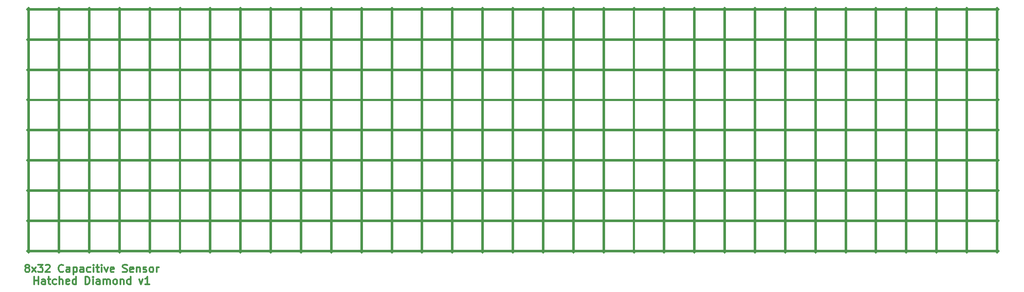
<source format=gto>
G04 #@! TF.GenerationSoftware,KiCad,Pcbnew,6.0.8+dfsg-1~bpo11+1*
G04 #@! TF.CreationDate,2023-03-24T18:57:11-04:00*
G04 #@! TF.ProjectId,captouch_sensor_diamond_hatched,63617074-6f75-4636-985f-73656e736f72,rev?*
G04 #@! TF.SameCoordinates,Original*
G04 #@! TF.FileFunction,Legend,Top*
G04 #@! TF.FilePolarity,Positive*
%FSLAX46Y46*%
G04 Gerber Fmt 4.6, Leading zero omitted, Abs format (unit mm)*
G04 Created by KiCad (PCBNEW 6.0.8+dfsg-1~bpo11+1) date 2023-03-24 18:57:11*
%MOMM*%
%LPD*%
G01*
G04 APERTURE LIST*
%ADD10C,0.300000*%
%ADD11C,0.500000*%
G04 APERTURE END LIST*
D10*
X62657142Y-107438928D02*
X62514285Y-107367500D01*
X62442857Y-107296071D01*
X62371428Y-107153214D01*
X62371428Y-107081785D01*
X62442857Y-106938928D01*
X62514285Y-106867500D01*
X62657142Y-106796071D01*
X62942857Y-106796071D01*
X63085714Y-106867500D01*
X63157142Y-106938928D01*
X63228571Y-107081785D01*
X63228571Y-107153214D01*
X63157142Y-107296071D01*
X63085714Y-107367500D01*
X62942857Y-107438928D01*
X62657142Y-107438928D01*
X62514285Y-107510357D01*
X62442857Y-107581785D01*
X62371428Y-107724642D01*
X62371428Y-108010357D01*
X62442857Y-108153214D01*
X62514285Y-108224642D01*
X62657142Y-108296071D01*
X62942857Y-108296071D01*
X63085714Y-108224642D01*
X63157142Y-108153214D01*
X63228571Y-108010357D01*
X63228571Y-107724642D01*
X63157142Y-107581785D01*
X63085714Y-107510357D01*
X62942857Y-107438928D01*
X63728571Y-108296071D02*
X64514285Y-107296071D01*
X63728571Y-107296071D02*
X64514285Y-108296071D01*
X64942857Y-106796071D02*
X65871428Y-106796071D01*
X65371428Y-107367500D01*
X65585714Y-107367500D01*
X65728571Y-107438928D01*
X65800000Y-107510357D01*
X65871428Y-107653214D01*
X65871428Y-108010357D01*
X65800000Y-108153214D01*
X65728571Y-108224642D01*
X65585714Y-108296071D01*
X65157142Y-108296071D01*
X65014285Y-108224642D01*
X64942857Y-108153214D01*
X66442857Y-106938928D02*
X66514285Y-106867500D01*
X66657142Y-106796071D01*
X67014285Y-106796071D01*
X67157142Y-106867500D01*
X67228571Y-106938928D01*
X67300000Y-107081785D01*
X67300000Y-107224642D01*
X67228571Y-107438928D01*
X66371428Y-108296071D01*
X67300000Y-108296071D01*
X69942857Y-108153214D02*
X69871428Y-108224642D01*
X69657142Y-108296071D01*
X69514285Y-108296071D01*
X69300000Y-108224642D01*
X69157142Y-108081785D01*
X69085714Y-107938928D01*
X69014285Y-107653214D01*
X69014285Y-107438928D01*
X69085714Y-107153214D01*
X69157142Y-107010357D01*
X69300000Y-106867500D01*
X69514285Y-106796071D01*
X69657142Y-106796071D01*
X69871428Y-106867500D01*
X69942857Y-106938928D01*
X71228571Y-108296071D02*
X71228571Y-107510357D01*
X71157142Y-107367500D01*
X71014285Y-107296071D01*
X70728571Y-107296071D01*
X70585714Y-107367500D01*
X71228571Y-108224642D02*
X71085714Y-108296071D01*
X70728571Y-108296071D01*
X70585714Y-108224642D01*
X70514285Y-108081785D01*
X70514285Y-107938928D01*
X70585714Y-107796071D01*
X70728571Y-107724642D01*
X71085714Y-107724642D01*
X71228571Y-107653214D01*
X71942857Y-107296071D02*
X71942857Y-108796071D01*
X71942857Y-107367500D02*
X72085714Y-107296071D01*
X72371428Y-107296071D01*
X72514285Y-107367500D01*
X72585714Y-107438928D01*
X72657142Y-107581785D01*
X72657142Y-108010357D01*
X72585714Y-108153214D01*
X72514285Y-108224642D01*
X72371428Y-108296071D01*
X72085714Y-108296071D01*
X71942857Y-108224642D01*
X73942857Y-108296071D02*
X73942857Y-107510357D01*
X73871428Y-107367500D01*
X73728571Y-107296071D01*
X73442857Y-107296071D01*
X73300000Y-107367500D01*
X73942857Y-108224642D02*
X73800000Y-108296071D01*
X73442857Y-108296071D01*
X73300000Y-108224642D01*
X73228571Y-108081785D01*
X73228571Y-107938928D01*
X73300000Y-107796071D01*
X73442857Y-107724642D01*
X73800000Y-107724642D01*
X73942857Y-107653214D01*
X75300000Y-108224642D02*
X75157142Y-108296071D01*
X74871428Y-108296071D01*
X74728571Y-108224642D01*
X74657142Y-108153214D01*
X74585714Y-108010357D01*
X74585714Y-107581785D01*
X74657142Y-107438928D01*
X74728571Y-107367500D01*
X74871428Y-107296071D01*
X75157142Y-107296071D01*
X75300000Y-107367500D01*
X75942857Y-108296071D02*
X75942857Y-107296071D01*
X75942857Y-106796071D02*
X75871428Y-106867500D01*
X75942857Y-106938928D01*
X76014285Y-106867500D01*
X75942857Y-106796071D01*
X75942857Y-106938928D01*
X76442857Y-107296071D02*
X77014285Y-107296071D01*
X76657142Y-106796071D02*
X76657142Y-108081785D01*
X76728571Y-108224642D01*
X76871428Y-108296071D01*
X77014285Y-108296071D01*
X77514285Y-108296071D02*
X77514285Y-107296071D01*
X77514285Y-106796071D02*
X77442857Y-106867500D01*
X77514285Y-106938928D01*
X77585714Y-106867500D01*
X77514285Y-106796071D01*
X77514285Y-106938928D01*
X78085714Y-107296071D02*
X78442857Y-108296071D01*
X78800000Y-107296071D01*
X79942857Y-108224642D02*
X79800000Y-108296071D01*
X79514285Y-108296071D01*
X79371428Y-108224642D01*
X79300000Y-108081785D01*
X79300000Y-107510357D01*
X79371428Y-107367500D01*
X79514285Y-107296071D01*
X79800000Y-107296071D01*
X79942857Y-107367500D01*
X80014285Y-107510357D01*
X80014285Y-107653214D01*
X79300000Y-107796071D01*
X81728571Y-108224642D02*
X81942857Y-108296071D01*
X82300000Y-108296071D01*
X82442857Y-108224642D01*
X82514285Y-108153214D01*
X82585714Y-108010357D01*
X82585714Y-107867500D01*
X82514285Y-107724642D01*
X82442857Y-107653214D01*
X82300000Y-107581785D01*
X82014285Y-107510357D01*
X81871428Y-107438928D01*
X81800000Y-107367500D01*
X81728571Y-107224642D01*
X81728571Y-107081785D01*
X81800000Y-106938928D01*
X81871428Y-106867500D01*
X82014285Y-106796071D01*
X82371428Y-106796071D01*
X82585714Y-106867500D01*
X83800000Y-108224642D02*
X83657142Y-108296071D01*
X83371428Y-108296071D01*
X83228571Y-108224642D01*
X83157142Y-108081785D01*
X83157142Y-107510357D01*
X83228571Y-107367500D01*
X83371428Y-107296071D01*
X83657142Y-107296071D01*
X83800000Y-107367500D01*
X83871428Y-107510357D01*
X83871428Y-107653214D01*
X83157142Y-107796071D01*
X84514285Y-107296071D02*
X84514285Y-108296071D01*
X84514285Y-107438928D02*
X84585714Y-107367500D01*
X84728571Y-107296071D01*
X84942857Y-107296071D01*
X85085714Y-107367500D01*
X85157142Y-107510357D01*
X85157142Y-108296071D01*
X85800000Y-108224642D02*
X85942857Y-108296071D01*
X86228571Y-108296071D01*
X86371428Y-108224642D01*
X86442857Y-108081785D01*
X86442857Y-108010357D01*
X86371428Y-107867500D01*
X86228571Y-107796071D01*
X86014285Y-107796071D01*
X85871428Y-107724642D01*
X85800000Y-107581785D01*
X85800000Y-107510357D01*
X85871428Y-107367500D01*
X86014285Y-107296071D01*
X86228571Y-107296071D01*
X86371428Y-107367500D01*
X87300000Y-108296071D02*
X87157142Y-108224642D01*
X87085714Y-108153214D01*
X87014285Y-108010357D01*
X87014285Y-107581785D01*
X87085714Y-107438928D01*
X87157142Y-107367500D01*
X87300000Y-107296071D01*
X87514285Y-107296071D01*
X87657142Y-107367500D01*
X87728571Y-107438928D01*
X87800000Y-107581785D01*
X87800000Y-108010357D01*
X87728571Y-108153214D01*
X87657142Y-108224642D01*
X87514285Y-108296071D01*
X87300000Y-108296071D01*
X88442857Y-108296071D02*
X88442857Y-107296071D01*
X88442857Y-107581785D02*
X88514285Y-107438928D01*
X88585714Y-107367500D01*
X88728571Y-107296071D01*
X88871428Y-107296071D01*
X64121428Y-110711071D02*
X64121428Y-109211071D01*
X64121428Y-109925357D02*
X64978571Y-109925357D01*
X64978571Y-110711071D02*
X64978571Y-109211071D01*
X66335714Y-110711071D02*
X66335714Y-109925357D01*
X66264285Y-109782500D01*
X66121428Y-109711071D01*
X65835714Y-109711071D01*
X65692857Y-109782500D01*
X66335714Y-110639642D02*
X66192857Y-110711071D01*
X65835714Y-110711071D01*
X65692857Y-110639642D01*
X65621428Y-110496785D01*
X65621428Y-110353928D01*
X65692857Y-110211071D01*
X65835714Y-110139642D01*
X66192857Y-110139642D01*
X66335714Y-110068214D01*
X66835714Y-109711071D02*
X67407142Y-109711071D01*
X67050000Y-109211071D02*
X67050000Y-110496785D01*
X67121428Y-110639642D01*
X67264285Y-110711071D01*
X67407142Y-110711071D01*
X68550000Y-110639642D02*
X68407142Y-110711071D01*
X68121428Y-110711071D01*
X67978571Y-110639642D01*
X67907142Y-110568214D01*
X67835714Y-110425357D01*
X67835714Y-109996785D01*
X67907142Y-109853928D01*
X67978571Y-109782500D01*
X68121428Y-109711071D01*
X68407142Y-109711071D01*
X68550000Y-109782500D01*
X69192857Y-110711071D02*
X69192857Y-109211071D01*
X69835714Y-110711071D02*
X69835714Y-109925357D01*
X69764285Y-109782500D01*
X69621428Y-109711071D01*
X69407142Y-109711071D01*
X69264285Y-109782500D01*
X69192857Y-109853928D01*
X71121428Y-110639642D02*
X70978571Y-110711071D01*
X70692857Y-110711071D01*
X70550000Y-110639642D01*
X70478571Y-110496785D01*
X70478571Y-109925357D01*
X70550000Y-109782500D01*
X70692857Y-109711071D01*
X70978571Y-109711071D01*
X71121428Y-109782500D01*
X71192857Y-109925357D01*
X71192857Y-110068214D01*
X70478571Y-110211071D01*
X72478571Y-110711071D02*
X72478571Y-109211071D01*
X72478571Y-110639642D02*
X72335714Y-110711071D01*
X72050000Y-110711071D01*
X71907142Y-110639642D01*
X71835714Y-110568214D01*
X71764285Y-110425357D01*
X71764285Y-109996785D01*
X71835714Y-109853928D01*
X71907142Y-109782500D01*
X72050000Y-109711071D01*
X72335714Y-109711071D01*
X72478571Y-109782500D01*
X74335714Y-110711071D02*
X74335714Y-109211071D01*
X74692857Y-109211071D01*
X74907142Y-109282500D01*
X75050000Y-109425357D01*
X75121428Y-109568214D01*
X75192857Y-109853928D01*
X75192857Y-110068214D01*
X75121428Y-110353928D01*
X75050000Y-110496785D01*
X74907142Y-110639642D01*
X74692857Y-110711071D01*
X74335714Y-110711071D01*
X75835714Y-110711071D02*
X75835714Y-109711071D01*
X75835714Y-109211071D02*
X75764285Y-109282500D01*
X75835714Y-109353928D01*
X75907142Y-109282500D01*
X75835714Y-109211071D01*
X75835714Y-109353928D01*
X77192857Y-110711071D02*
X77192857Y-109925357D01*
X77121428Y-109782500D01*
X76978571Y-109711071D01*
X76692857Y-109711071D01*
X76550000Y-109782500D01*
X77192857Y-110639642D02*
X77050000Y-110711071D01*
X76692857Y-110711071D01*
X76550000Y-110639642D01*
X76478571Y-110496785D01*
X76478571Y-110353928D01*
X76550000Y-110211071D01*
X76692857Y-110139642D01*
X77050000Y-110139642D01*
X77192857Y-110068214D01*
X77907142Y-110711071D02*
X77907142Y-109711071D01*
X77907142Y-109853928D02*
X77978571Y-109782500D01*
X78121428Y-109711071D01*
X78335714Y-109711071D01*
X78478571Y-109782500D01*
X78550000Y-109925357D01*
X78550000Y-110711071D01*
X78550000Y-109925357D02*
X78621428Y-109782500D01*
X78764285Y-109711071D01*
X78978571Y-109711071D01*
X79121428Y-109782500D01*
X79192857Y-109925357D01*
X79192857Y-110711071D01*
X80121428Y-110711071D02*
X79978571Y-110639642D01*
X79907142Y-110568214D01*
X79835714Y-110425357D01*
X79835714Y-109996785D01*
X79907142Y-109853928D01*
X79978571Y-109782500D01*
X80121428Y-109711071D01*
X80335714Y-109711071D01*
X80478571Y-109782500D01*
X80550000Y-109853928D01*
X80621428Y-109996785D01*
X80621428Y-110425357D01*
X80550000Y-110568214D01*
X80478571Y-110639642D01*
X80335714Y-110711071D01*
X80121428Y-110711071D01*
X81264285Y-109711071D02*
X81264285Y-110711071D01*
X81264285Y-109853928D02*
X81335714Y-109782500D01*
X81478571Y-109711071D01*
X81692857Y-109711071D01*
X81835714Y-109782500D01*
X81907142Y-109925357D01*
X81907142Y-110711071D01*
X83264285Y-110711071D02*
X83264285Y-109211071D01*
X83264285Y-110639642D02*
X83121428Y-110711071D01*
X82835714Y-110711071D01*
X82692857Y-110639642D01*
X82621428Y-110568214D01*
X82550000Y-110425357D01*
X82550000Y-109996785D01*
X82621428Y-109853928D01*
X82692857Y-109782500D01*
X82835714Y-109711071D01*
X83121428Y-109711071D01*
X83264285Y-109782500D01*
X84978571Y-109711071D02*
X85335714Y-110711071D01*
X85692857Y-109711071D01*
X87050000Y-110711071D02*
X86192857Y-110711071D01*
X86621428Y-110711071D02*
X86621428Y-109211071D01*
X86478571Y-109425357D01*
X86335714Y-109568214D01*
X86192857Y-109639642D01*
D11*
X219075000Y-55850000D02*
X219075000Y-104350000D01*
X201075000Y-55850000D02*
X201075000Y-104350000D01*
X62825000Y-74100000D02*
X255325000Y-74100000D01*
X123075000Y-55850000D02*
X123075000Y-104350000D01*
X165075000Y-55850000D02*
X165075000Y-104350000D01*
X117075000Y-55850000D02*
X117075000Y-104350000D01*
X93075000Y-55850000D02*
X93075000Y-104350000D01*
X243075000Y-55850000D02*
X243075000Y-104350000D01*
X195075000Y-55850000D02*
X195075000Y-104350000D01*
X62825000Y-86100000D02*
X255325000Y-86100000D01*
X207075000Y-55850000D02*
X207075000Y-104350000D01*
X189075000Y-55850000D02*
X189075000Y-104350000D01*
X69075000Y-55850000D02*
X69075000Y-104350000D01*
X62825000Y-104100000D02*
X255325000Y-104100000D01*
X177075000Y-55850000D02*
X177075000Y-104350000D01*
X171075000Y-55850000D02*
X171075000Y-104350000D01*
X129075000Y-55850000D02*
X129075000Y-104350000D01*
X237075000Y-55850000D02*
X237075000Y-104350000D01*
X249075000Y-55850000D02*
X249075000Y-104350000D01*
X62825000Y-62100000D02*
X255325000Y-62100000D01*
X75075000Y-55850000D02*
X75075000Y-104350000D01*
X225075000Y-55850000D02*
X225075000Y-104350000D01*
X81075000Y-55850000D02*
X81075000Y-104350000D01*
X255075000Y-55850000D02*
X255075000Y-104350000D01*
X159075000Y-55850000D02*
X159075000Y-104350000D01*
X62825000Y-80100000D02*
X255325000Y-80100000D01*
X62825000Y-56100000D02*
X255325000Y-56100000D01*
X63075000Y-55850000D02*
X63075000Y-104350000D01*
X87075000Y-55850000D02*
X87075000Y-104350000D01*
X135075000Y-55850000D02*
X135075000Y-104350000D01*
X153075000Y-55850000D02*
X153075000Y-104350000D01*
X62825000Y-98100000D02*
X255325000Y-98100000D01*
X62825000Y-92100000D02*
X255325000Y-92100000D01*
X105075000Y-55850000D02*
X105075000Y-104350000D01*
X231075000Y-55850000D02*
X231075000Y-104350000D01*
X141075000Y-55850000D02*
X141075000Y-104350000D01*
X62825000Y-68100000D02*
X255325000Y-68100000D01*
X147075000Y-55850000D02*
X147075000Y-104350000D01*
X213075000Y-55850000D02*
X213075000Y-104350000D01*
X183075000Y-55850000D02*
X183075000Y-104350000D01*
X111075000Y-55850000D02*
X111075000Y-104350000D01*
X99075000Y-55850000D02*
X99075000Y-104350000D01*
%LPC*%
G36*
X231325000Y-74350000D02*
G01*
X236825000Y-74350000D01*
X236825000Y-79850000D01*
X231325000Y-79850000D01*
X231325000Y-74350000D01*
G37*
G36*
X159325000Y-98350000D02*
G01*
X164825000Y-98350000D01*
X164825000Y-103850000D01*
X159325000Y-103850000D01*
X159325000Y-98350000D01*
G37*
G36*
X237325000Y-74350000D02*
G01*
X242825000Y-74350000D01*
X242825000Y-79850000D01*
X237325000Y-79850000D01*
X237325000Y-74350000D01*
G37*
G36*
X111325000Y-68350000D02*
G01*
X116825000Y-68350000D01*
X116825000Y-73850000D01*
X111325000Y-73850000D01*
X111325000Y-68350000D01*
G37*
G36*
X81325000Y-68350000D02*
G01*
X86825000Y-68350000D01*
X86825000Y-73850000D01*
X81325000Y-73850000D01*
X81325000Y-68350000D01*
G37*
G36*
X75325000Y-92350000D02*
G01*
X80825000Y-92350000D01*
X80825000Y-97850000D01*
X75325000Y-97850000D01*
X75325000Y-92350000D01*
G37*
G36*
X231325000Y-68350000D02*
G01*
X236825000Y-68350000D01*
X236825000Y-73850000D01*
X231325000Y-73850000D01*
X231325000Y-68350000D01*
G37*
G36*
X87325000Y-98350000D02*
G01*
X92825000Y-98350000D01*
X92825000Y-103850000D01*
X87325000Y-103850000D01*
X87325000Y-98350000D01*
G37*
G36*
X93325000Y-86350000D02*
G01*
X98825000Y-86350000D01*
X98825000Y-91850000D01*
X93325000Y-91850000D01*
X93325000Y-86350000D01*
G37*
G36*
X195325000Y-98350000D02*
G01*
X200825000Y-98350000D01*
X200825000Y-103850000D01*
X195325000Y-103850000D01*
X195325000Y-98350000D01*
G37*
G36*
X63325000Y-98350000D02*
G01*
X68825000Y-98350000D01*
X68825000Y-103850000D01*
X63325000Y-103850000D01*
X63325000Y-98350000D01*
G37*
G36*
X105325000Y-92350000D02*
G01*
X110825000Y-92350000D01*
X110825000Y-97850000D01*
X105325000Y-97850000D01*
X105325000Y-92350000D01*
G37*
G36*
X111325000Y-98350000D02*
G01*
X116825000Y-98350000D01*
X116825000Y-103850000D01*
X111325000Y-103850000D01*
X111325000Y-98350000D01*
G37*
G36*
X201325000Y-92350000D02*
G01*
X206825000Y-92350000D01*
X206825000Y-97850000D01*
X201325000Y-97850000D01*
X201325000Y-92350000D01*
G37*
G36*
X117325000Y-62350000D02*
G01*
X122825000Y-62350000D01*
X122825000Y-67850000D01*
X117325000Y-67850000D01*
X117325000Y-62350000D01*
G37*
G36*
X81325000Y-86350000D02*
G01*
X86825000Y-86350000D01*
X86825000Y-91850000D01*
X81325000Y-91850000D01*
X81325000Y-86350000D01*
G37*
G36*
X141325000Y-68350000D02*
G01*
X146825000Y-68350000D01*
X146825000Y-73850000D01*
X141325000Y-73850000D01*
X141325000Y-68350000D01*
G37*
G36*
X111325000Y-92350000D02*
G01*
X116825000Y-92350000D01*
X116825000Y-97850000D01*
X111325000Y-97850000D01*
X111325000Y-92350000D01*
G37*
G36*
X165325000Y-86350000D02*
G01*
X170825000Y-86350000D01*
X170825000Y-91850000D01*
X165325000Y-91850000D01*
X165325000Y-86350000D01*
G37*
G36*
X225325000Y-86350000D02*
G01*
X230825000Y-86350000D01*
X230825000Y-91850000D01*
X225325000Y-91850000D01*
X225325000Y-86350000D01*
G37*
G36*
X99325000Y-86350000D02*
G01*
X104825000Y-86350000D01*
X104825000Y-91850000D01*
X99325000Y-91850000D01*
X99325000Y-86350000D01*
G37*
G36*
X75325000Y-98350000D02*
G01*
X80825000Y-98350000D01*
X80825000Y-103850000D01*
X75325000Y-103850000D01*
X75325000Y-98350000D01*
G37*
G36*
X189325000Y-74350000D02*
G01*
X194825000Y-74350000D01*
X194825000Y-79850000D01*
X189325000Y-79850000D01*
X189325000Y-74350000D01*
G37*
G36*
X189325000Y-62350000D02*
G01*
X194825000Y-62350000D01*
X194825000Y-67850000D01*
X189325000Y-67850000D01*
X189325000Y-62350000D01*
G37*
G36*
X231325000Y-62350000D02*
G01*
X236825000Y-62350000D01*
X236825000Y-67850000D01*
X231325000Y-67850000D01*
X231325000Y-62350000D01*
G37*
G36*
X141325000Y-80350000D02*
G01*
X146825000Y-80350000D01*
X146825000Y-85850000D01*
X141325000Y-85850000D01*
X141325000Y-80350000D01*
G37*
G36*
X117325000Y-92350000D02*
G01*
X122825000Y-92350000D01*
X122825000Y-97850000D01*
X117325000Y-97850000D01*
X117325000Y-92350000D01*
G37*
G36*
X183325000Y-98350000D02*
G01*
X188825000Y-98350000D01*
X188825000Y-103850000D01*
X183325000Y-103850000D01*
X183325000Y-98350000D01*
G37*
G36*
X117325000Y-80350000D02*
G01*
X122825000Y-80350000D01*
X122825000Y-85850000D01*
X117325000Y-85850000D01*
X117325000Y-80350000D01*
G37*
G36*
X69325000Y-98350000D02*
G01*
X74825000Y-98350000D01*
X74825000Y-103850000D01*
X69325000Y-103850000D01*
X69325000Y-98350000D01*
G37*
G36*
X141325000Y-86350000D02*
G01*
X146825000Y-86350000D01*
X146825000Y-91850000D01*
X141325000Y-91850000D01*
X141325000Y-86350000D01*
G37*
G36*
X237325000Y-86350000D02*
G01*
X242825000Y-86350000D01*
X242825000Y-91850000D01*
X237325000Y-91850000D01*
X237325000Y-86350000D01*
G37*
G36*
X207325000Y-86350000D02*
G01*
X212825000Y-86350000D01*
X212825000Y-91850000D01*
X207325000Y-91850000D01*
X207325000Y-86350000D01*
G37*
G36*
X69325000Y-62350000D02*
G01*
X74825000Y-62350000D01*
X74825000Y-67850000D01*
X69325000Y-67850000D01*
X69325000Y-62350000D01*
G37*
G36*
X69325000Y-92350000D02*
G01*
X74825000Y-92350000D01*
X74825000Y-97850000D01*
X69325000Y-97850000D01*
X69325000Y-92350000D01*
G37*
G36*
X117325000Y-98350000D02*
G01*
X122825000Y-98350000D01*
X122825000Y-103850000D01*
X117325000Y-103850000D01*
X117325000Y-98350000D01*
G37*
G36*
X123325000Y-92350000D02*
G01*
X128825000Y-92350000D01*
X128825000Y-97850000D01*
X123325000Y-97850000D01*
X123325000Y-92350000D01*
G37*
G36*
X165325000Y-74350000D02*
G01*
X170825000Y-74350000D01*
X170825000Y-79850000D01*
X165325000Y-79850000D01*
X165325000Y-74350000D01*
G37*
G36*
X207325000Y-92350000D02*
G01*
X212825000Y-92350000D01*
X212825000Y-97850000D01*
X207325000Y-97850000D01*
X207325000Y-92350000D01*
G37*
G36*
X213325000Y-74350000D02*
G01*
X218825000Y-74350000D01*
X218825000Y-79850000D01*
X213325000Y-79850000D01*
X213325000Y-74350000D01*
G37*
G36*
X165325000Y-92350000D02*
G01*
X170825000Y-92350000D01*
X170825000Y-97850000D01*
X165325000Y-97850000D01*
X165325000Y-92350000D01*
G37*
G36*
X123325000Y-68350000D02*
G01*
X128825000Y-68350000D01*
X128825000Y-73850000D01*
X123325000Y-73850000D01*
X123325000Y-68350000D01*
G37*
G36*
X207325000Y-56350000D02*
G01*
X212825000Y-56350000D01*
X212825000Y-61850000D01*
X207325000Y-61850000D01*
X207325000Y-56350000D01*
G37*
G36*
X141325000Y-62350000D02*
G01*
X146825000Y-62350000D01*
X146825000Y-67850000D01*
X141325000Y-67850000D01*
X141325000Y-62350000D01*
G37*
G36*
X129325000Y-56350000D02*
G01*
X134825000Y-56350000D01*
X134825000Y-61850000D01*
X129325000Y-61850000D01*
X129325000Y-56350000D01*
G37*
G36*
X123325000Y-80350000D02*
G01*
X128825000Y-80350000D01*
X128825000Y-85850000D01*
X123325000Y-85850000D01*
X123325000Y-80350000D01*
G37*
G36*
X123325000Y-86350000D02*
G01*
X128825000Y-86350000D01*
X128825000Y-91850000D01*
X123325000Y-91850000D01*
X123325000Y-86350000D01*
G37*
G36*
X189325000Y-80350000D02*
G01*
X194825000Y-80350000D01*
X194825000Y-85850000D01*
X189325000Y-85850000D01*
X189325000Y-80350000D01*
G37*
G36*
X231325000Y-56350000D02*
G01*
X236825000Y-56350000D01*
X236825000Y-61850000D01*
X231325000Y-61850000D01*
X231325000Y-56350000D01*
G37*
G36*
X135325000Y-56350000D02*
G01*
X140825000Y-56350000D01*
X140825000Y-61850000D01*
X135325000Y-61850000D01*
X135325000Y-56350000D01*
G37*
G36*
X69325000Y-86350000D02*
G01*
X74825000Y-86350000D01*
X74825000Y-91850000D01*
X69325000Y-91850000D01*
X69325000Y-86350000D01*
G37*
G36*
X81325000Y-74350000D02*
G01*
X86825000Y-74350000D01*
X86825000Y-79850000D01*
X81325000Y-79850000D01*
X81325000Y-74350000D01*
G37*
G36*
X213325000Y-86350000D02*
G01*
X218825000Y-86350000D01*
X218825000Y-91850000D01*
X213325000Y-91850000D01*
X213325000Y-86350000D01*
G37*
G36*
X87325000Y-86350000D02*
G01*
X92825000Y-86350000D01*
X92825000Y-91850000D01*
X87325000Y-91850000D01*
X87325000Y-86350000D01*
G37*
G36*
X213325000Y-80350000D02*
G01*
X218825000Y-80350000D01*
X218825000Y-85850000D01*
X213325000Y-85850000D01*
X213325000Y-80350000D01*
G37*
G36*
X63325000Y-80350000D02*
G01*
X68825000Y-80350000D01*
X68825000Y-85850000D01*
X63325000Y-85850000D01*
X63325000Y-80350000D01*
G37*
G36*
X207325000Y-68350000D02*
G01*
X212825000Y-68350000D01*
X212825000Y-73850000D01*
X207325000Y-73850000D01*
X207325000Y-68350000D01*
G37*
G36*
X237325000Y-56350000D02*
G01*
X242825000Y-56350000D01*
X242825000Y-61850000D01*
X237325000Y-61850000D01*
X237325000Y-56350000D01*
G37*
G36*
X195325000Y-68350000D02*
G01*
X200825000Y-68350000D01*
X200825000Y-73850000D01*
X195325000Y-73850000D01*
X195325000Y-68350000D01*
G37*
G36*
X195325000Y-56350000D02*
G01*
X200825000Y-56350000D01*
X200825000Y-61850000D01*
X195325000Y-61850000D01*
X195325000Y-56350000D01*
G37*
G36*
X213325000Y-92350000D02*
G01*
X218825000Y-92350000D01*
X218825000Y-97850000D01*
X213325000Y-97850000D01*
X213325000Y-92350000D01*
G37*
G36*
X141325000Y-74350000D02*
G01*
X146825000Y-74350000D01*
X146825000Y-79850000D01*
X141325000Y-79850000D01*
X141325000Y-74350000D01*
G37*
G36*
X63325000Y-68350000D02*
G01*
X68825000Y-68350000D01*
X68825000Y-73850000D01*
X63325000Y-73850000D01*
X63325000Y-68350000D01*
G37*
G36*
X177325000Y-56350000D02*
G01*
X182825000Y-56350000D01*
X182825000Y-61850000D01*
X177325000Y-61850000D01*
X177325000Y-56350000D01*
G37*
G36*
X147325000Y-80350000D02*
G01*
X152825000Y-80350000D01*
X152825000Y-85850000D01*
X147325000Y-85850000D01*
X147325000Y-80350000D01*
G37*
G36*
X177325000Y-86350000D02*
G01*
X182825000Y-86350000D01*
X182825000Y-91850000D01*
X177325000Y-91850000D01*
X177325000Y-86350000D01*
G37*
G36*
X249325000Y-86350000D02*
G01*
X254825000Y-86350000D01*
X254825000Y-91850000D01*
X249325000Y-91850000D01*
X249325000Y-86350000D01*
G37*
G36*
X117325000Y-74350000D02*
G01*
X122825000Y-74350000D01*
X122825000Y-79850000D01*
X117325000Y-79850000D01*
X117325000Y-74350000D01*
G37*
G36*
X213325000Y-56350000D02*
G01*
X218825000Y-56350000D01*
X218825000Y-61850000D01*
X213325000Y-61850000D01*
X213325000Y-56350000D01*
G37*
G36*
X177325000Y-62350000D02*
G01*
X182825000Y-62350000D01*
X182825000Y-67850000D01*
X177325000Y-67850000D01*
X177325000Y-62350000D01*
G37*
G36*
X207325000Y-74350000D02*
G01*
X212825000Y-74350000D01*
X212825000Y-79850000D01*
X207325000Y-79850000D01*
X207325000Y-74350000D01*
G37*
G36*
X81325000Y-80350000D02*
G01*
X86825000Y-80350000D01*
X86825000Y-85850000D01*
X81325000Y-85850000D01*
X81325000Y-80350000D01*
G37*
G36*
X135325000Y-86350000D02*
G01*
X140825000Y-86350000D01*
X140825000Y-91850000D01*
X135325000Y-91850000D01*
X135325000Y-86350000D01*
G37*
G36*
X177325000Y-80350000D02*
G01*
X182825000Y-80350000D01*
X182825000Y-85850000D01*
X177325000Y-85850000D01*
X177325000Y-80350000D01*
G37*
G36*
X165325000Y-98350000D02*
G01*
X170825000Y-98350000D01*
X170825000Y-103850000D01*
X165325000Y-103850000D01*
X165325000Y-98350000D01*
G37*
G36*
X243325000Y-86350000D02*
G01*
X248825000Y-86350000D01*
X248825000Y-91850000D01*
X243325000Y-91850000D01*
X243325000Y-86350000D01*
G37*
G36*
X171325000Y-98350000D02*
G01*
X176825000Y-98350000D01*
X176825000Y-103850000D01*
X171325000Y-103850000D01*
X171325000Y-98350000D01*
G37*
G36*
X117325000Y-68350000D02*
G01*
X122825000Y-68350000D01*
X122825000Y-73850000D01*
X117325000Y-73850000D01*
X117325000Y-68350000D01*
G37*
G36*
X81325000Y-98350000D02*
G01*
X86825000Y-98350000D01*
X86825000Y-103850000D01*
X81325000Y-103850000D01*
X81325000Y-98350000D01*
G37*
G36*
X93325000Y-92350000D02*
G01*
X98825000Y-92350000D01*
X98825000Y-97850000D01*
X93325000Y-97850000D01*
X93325000Y-92350000D01*
G37*
G36*
X183325000Y-56350000D02*
G01*
X188825000Y-56350000D01*
X188825000Y-61850000D01*
X183325000Y-61850000D01*
X183325000Y-56350000D01*
G37*
G36*
X63325000Y-92350000D02*
G01*
X68825000Y-92350000D01*
X68825000Y-97850000D01*
X63325000Y-97850000D01*
X63325000Y-92350000D01*
G37*
G36*
X75325000Y-74350000D02*
G01*
X80825000Y-74350000D01*
X80825000Y-79850000D01*
X75325000Y-79850000D01*
X75325000Y-74350000D01*
G37*
G36*
X63325000Y-74350000D02*
G01*
X68825000Y-74350000D01*
X68825000Y-79850000D01*
X63325000Y-79850000D01*
X63325000Y-74350000D01*
G37*
G36*
X135325000Y-92350000D02*
G01*
X140825000Y-92350000D01*
X140825000Y-97850000D01*
X135325000Y-97850000D01*
X135325000Y-92350000D01*
G37*
G36*
X201325000Y-80350000D02*
G01*
X206825000Y-80350000D01*
X206825000Y-85850000D01*
X201325000Y-85850000D01*
X201325000Y-80350000D01*
G37*
G36*
X171325000Y-68350000D02*
G01*
X176825000Y-68350000D01*
X176825000Y-73850000D01*
X171325000Y-73850000D01*
X171325000Y-68350000D01*
G37*
G36*
X75325000Y-86350000D02*
G01*
X80825000Y-86350000D01*
X80825000Y-91850000D01*
X75325000Y-91850000D01*
X75325000Y-86350000D01*
G37*
G36*
X69325000Y-80350000D02*
G01*
X74825000Y-80350000D01*
X74825000Y-85850000D01*
X69325000Y-85850000D01*
X69325000Y-80350000D01*
G37*
G36*
X183325000Y-86350000D02*
G01*
X188825000Y-86350000D01*
X188825000Y-91850000D01*
X183325000Y-91850000D01*
X183325000Y-86350000D01*
G37*
G36*
X171325000Y-86350000D02*
G01*
X176825000Y-86350000D01*
X176825000Y-91850000D01*
X171325000Y-91850000D01*
X171325000Y-86350000D01*
G37*
G36*
X129325000Y-68350000D02*
G01*
X134825000Y-68350000D01*
X134825000Y-73850000D01*
X129325000Y-73850000D01*
X129325000Y-68350000D01*
G37*
G36*
X177325000Y-92350000D02*
G01*
X182825000Y-92350000D01*
X182825000Y-97850000D01*
X177325000Y-97850000D01*
X177325000Y-92350000D01*
G37*
G36*
X219325000Y-98350000D02*
G01*
X224825000Y-98350000D01*
X224825000Y-103850000D01*
X219325000Y-103850000D01*
X219325000Y-98350000D01*
G37*
G36*
X219325000Y-56350000D02*
G01*
X224825000Y-56350000D01*
X224825000Y-61850000D01*
X219325000Y-61850000D01*
X219325000Y-56350000D01*
G37*
G36*
X231325000Y-92350000D02*
G01*
X236825000Y-92350000D01*
X236825000Y-97850000D01*
X231325000Y-97850000D01*
X231325000Y-92350000D01*
G37*
G36*
X165325000Y-56350000D02*
G01*
X170825000Y-56350000D01*
X170825000Y-61850000D01*
X165325000Y-61850000D01*
X165325000Y-56350000D01*
G37*
G36*
X201325000Y-56350000D02*
G01*
X206825000Y-56350000D01*
X206825000Y-61850000D01*
X201325000Y-61850000D01*
X201325000Y-56350000D01*
G37*
G36*
X123325000Y-62350000D02*
G01*
X128825000Y-62350000D01*
X128825000Y-67850000D01*
X123325000Y-67850000D01*
X123325000Y-62350000D01*
G37*
G36*
X219325000Y-62350000D02*
G01*
X224825000Y-62350000D01*
X224825000Y-67850000D01*
X219325000Y-67850000D01*
X219325000Y-62350000D01*
G37*
G36*
X213325000Y-68350000D02*
G01*
X218825000Y-68350000D01*
X218825000Y-73850000D01*
X213325000Y-73850000D01*
X213325000Y-68350000D01*
G37*
G36*
X183325000Y-74350000D02*
G01*
X188825000Y-74350000D01*
X188825000Y-79850000D01*
X183325000Y-79850000D01*
X183325000Y-74350000D01*
G37*
G36*
X153325000Y-92350000D02*
G01*
X158825000Y-92350000D01*
X158825000Y-97850000D01*
X153325000Y-97850000D01*
X153325000Y-92350000D01*
G37*
G36*
X129325000Y-98350000D02*
G01*
X134825000Y-98350000D01*
X134825000Y-103850000D01*
X129325000Y-103850000D01*
X129325000Y-98350000D01*
G37*
G36*
X189325000Y-86350000D02*
G01*
X194825000Y-86350000D01*
X194825000Y-91850000D01*
X189325000Y-91850000D01*
X189325000Y-86350000D01*
G37*
G36*
X171325000Y-56350000D02*
G01*
X176825000Y-56350000D01*
X176825000Y-61850000D01*
X171325000Y-61850000D01*
X171325000Y-56350000D01*
G37*
G36*
X123325000Y-56350000D02*
G01*
X128825000Y-56350000D01*
X128825000Y-61850000D01*
X123325000Y-61850000D01*
X123325000Y-56350000D01*
G37*
G36*
X117325000Y-56350000D02*
G01*
X122825000Y-56350000D01*
X122825000Y-61850000D01*
X117325000Y-61850000D01*
X117325000Y-56350000D01*
G37*
G36*
X75325000Y-68350000D02*
G01*
X80825000Y-68350000D01*
X80825000Y-73850000D01*
X75325000Y-73850000D01*
X75325000Y-68350000D01*
G37*
G36*
X63325000Y-62350000D02*
G01*
X68825000Y-62350000D01*
X68825000Y-67850000D01*
X63325000Y-67850000D01*
X63325000Y-62350000D01*
G37*
G36*
X111325000Y-56350000D02*
G01*
X116825000Y-56350000D01*
X116825000Y-61850000D01*
X111325000Y-61850000D01*
X111325000Y-56350000D01*
G37*
G36*
X237325000Y-68350000D02*
G01*
X242825000Y-68350000D01*
X242825000Y-73850000D01*
X237325000Y-73850000D01*
X237325000Y-68350000D01*
G37*
G36*
X99325000Y-98350000D02*
G01*
X104825000Y-98350000D01*
X104825000Y-103850000D01*
X99325000Y-103850000D01*
X99325000Y-98350000D01*
G37*
G36*
X237325000Y-62350000D02*
G01*
X242825000Y-62350000D01*
X242825000Y-67850000D01*
X237325000Y-67850000D01*
X237325000Y-62350000D01*
G37*
G36*
X201325000Y-68350000D02*
G01*
X206825000Y-68350000D01*
X206825000Y-73850000D01*
X201325000Y-73850000D01*
X201325000Y-68350000D01*
G37*
G36*
X147325000Y-86350000D02*
G01*
X152825000Y-86350000D01*
X152825000Y-91850000D01*
X147325000Y-91850000D01*
X147325000Y-86350000D01*
G37*
G36*
X93325000Y-80350000D02*
G01*
X98825000Y-80350000D01*
X98825000Y-85850000D01*
X93325000Y-85850000D01*
X93325000Y-80350000D01*
G37*
G36*
X243325000Y-68350000D02*
G01*
X248825000Y-68350000D01*
X248825000Y-73850000D01*
X243325000Y-73850000D01*
X243325000Y-68350000D01*
G37*
G36*
X225325000Y-80350000D02*
G01*
X230825000Y-80350000D01*
X230825000Y-85850000D01*
X225325000Y-85850000D01*
X225325000Y-80350000D01*
G37*
G36*
X207325000Y-80350000D02*
G01*
X212825000Y-80350000D01*
X212825000Y-85850000D01*
X207325000Y-85850000D01*
X207325000Y-80350000D01*
G37*
G36*
X129325000Y-80350000D02*
G01*
X134825000Y-80350000D01*
X134825000Y-85850000D01*
X129325000Y-85850000D01*
X129325000Y-80350000D01*
G37*
G36*
X141325000Y-98350000D02*
G01*
X146825000Y-98350000D01*
X146825000Y-103850000D01*
X141325000Y-103850000D01*
X141325000Y-98350000D01*
G37*
G36*
X87325000Y-62350000D02*
G01*
X92825000Y-62350000D01*
X92825000Y-67850000D01*
X87325000Y-67850000D01*
X87325000Y-62350000D01*
G37*
G36*
X99325000Y-68350000D02*
G01*
X104825000Y-68350000D01*
X104825000Y-73850000D01*
X99325000Y-73850000D01*
X99325000Y-68350000D01*
G37*
G36*
X105325000Y-86350000D02*
G01*
X110825000Y-86350000D01*
X110825000Y-91850000D01*
X105325000Y-91850000D01*
X105325000Y-86350000D01*
G37*
G36*
X249325000Y-92350000D02*
G01*
X254825000Y-92350000D01*
X254825000Y-97850000D01*
X249325000Y-97850000D01*
X249325000Y-92350000D01*
G37*
G36*
X159325000Y-56350000D02*
G01*
X164825000Y-56350000D01*
X164825000Y-61850000D01*
X159325000Y-61850000D01*
X159325000Y-56350000D01*
G37*
G36*
X195325000Y-62350000D02*
G01*
X200825000Y-62350000D01*
X200825000Y-67850000D01*
X195325000Y-67850000D01*
X195325000Y-62350000D01*
G37*
G36*
X147325000Y-74350000D02*
G01*
X152825000Y-74350000D01*
X152825000Y-79850000D01*
X147325000Y-79850000D01*
X147325000Y-74350000D01*
G37*
G36*
X135325000Y-80350000D02*
G01*
X140825000Y-80350000D01*
X140825000Y-85850000D01*
X135325000Y-85850000D01*
X135325000Y-80350000D01*
G37*
G36*
X93325000Y-56350000D02*
G01*
X98825000Y-56350000D01*
X98825000Y-61850000D01*
X93325000Y-61850000D01*
X93325000Y-56350000D01*
G37*
G36*
X171325000Y-74350000D02*
G01*
X176825000Y-74350000D01*
X176825000Y-79850000D01*
X171325000Y-79850000D01*
X171325000Y-74350000D01*
G37*
G36*
X243325000Y-74350000D02*
G01*
X248825000Y-74350000D01*
X248825000Y-79850000D01*
X243325000Y-79850000D01*
X243325000Y-74350000D01*
G37*
G36*
X225325000Y-74350000D02*
G01*
X230825000Y-74350000D01*
X230825000Y-79850000D01*
X225325000Y-79850000D01*
X225325000Y-74350000D01*
G37*
G36*
X99325000Y-56350000D02*
G01*
X104825000Y-56350000D01*
X104825000Y-61850000D01*
X99325000Y-61850000D01*
X99325000Y-56350000D01*
G37*
G36*
X111325000Y-80350000D02*
G01*
X116825000Y-80350000D01*
X116825000Y-85850000D01*
X111325000Y-85850000D01*
X111325000Y-80350000D01*
G37*
G36*
X189325000Y-92350000D02*
G01*
X194825000Y-92350000D01*
X194825000Y-97850000D01*
X189325000Y-97850000D01*
X189325000Y-92350000D01*
G37*
G36*
X153325000Y-86350000D02*
G01*
X158825000Y-86350000D01*
X158825000Y-91850000D01*
X153325000Y-91850000D01*
X153325000Y-86350000D01*
G37*
G36*
X153325000Y-62350000D02*
G01*
X158825000Y-62350000D01*
X158825000Y-67850000D01*
X153325000Y-67850000D01*
X153325000Y-62350000D01*
G37*
G36*
X183325000Y-68350000D02*
G01*
X188825000Y-68350000D01*
X188825000Y-73850000D01*
X183325000Y-73850000D01*
X183325000Y-68350000D01*
G37*
G36*
X159325000Y-86350000D02*
G01*
X164825000Y-86350000D01*
X164825000Y-91850000D01*
X159325000Y-91850000D01*
X159325000Y-86350000D01*
G37*
G36*
X243325000Y-92350000D02*
G01*
X248825000Y-92350000D01*
X248825000Y-97850000D01*
X243325000Y-97850000D01*
X243325000Y-92350000D01*
G37*
G36*
X237325000Y-92350000D02*
G01*
X242825000Y-92350000D01*
X242825000Y-97850000D01*
X237325000Y-97850000D01*
X237325000Y-92350000D01*
G37*
G36*
X111325000Y-74350000D02*
G01*
X116825000Y-74350000D01*
X116825000Y-79850000D01*
X111325000Y-79850000D01*
X111325000Y-74350000D01*
G37*
G36*
X111325000Y-86350000D02*
G01*
X116825000Y-86350000D01*
X116825000Y-91850000D01*
X111325000Y-91850000D01*
X111325000Y-86350000D01*
G37*
G36*
X225325000Y-98350000D02*
G01*
X230825000Y-98350000D01*
X230825000Y-103850000D01*
X225325000Y-103850000D01*
X225325000Y-98350000D01*
G37*
G36*
X153325000Y-56350000D02*
G01*
X158825000Y-56350000D01*
X158825000Y-61850000D01*
X153325000Y-61850000D01*
X153325000Y-56350000D01*
G37*
G36*
X93325000Y-74350000D02*
G01*
X98825000Y-74350000D01*
X98825000Y-79850000D01*
X93325000Y-79850000D01*
X93325000Y-74350000D01*
G37*
G36*
X213325000Y-98350000D02*
G01*
X218825000Y-98350000D01*
X218825000Y-103850000D01*
X213325000Y-103850000D01*
X213325000Y-98350000D01*
G37*
G36*
X81325000Y-56350000D02*
G01*
X86825000Y-56350000D01*
X86825000Y-61850000D01*
X81325000Y-61850000D01*
X81325000Y-56350000D01*
G37*
G36*
X129325000Y-86350000D02*
G01*
X134825000Y-86350000D01*
X134825000Y-91850000D01*
X129325000Y-91850000D01*
X129325000Y-86350000D01*
G37*
G36*
X165325000Y-62350000D02*
G01*
X170825000Y-62350000D01*
X170825000Y-67850000D01*
X165325000Y-67850000D01*
X165325000Y-62350000D01*
G37*
G36*
X171325000Y-80350000D02*
G01*
X176825000Y-80350000D01*
X176825000Y-85850000D01*
X171325000Y-85850000D01*
X171325000Y-80350000D01*
G37*
G36*
X195325000Y-86350000D02*
G01*
X200825000Y-86350000D01*
X200825000Y-91850000D01*
X195325000Y-91850000D01*
X195325000Y-86350000D01*
G37*
G36*
X237325000Y-80350000D02*
G01*
X242825000Y-80350000D01*
X242825000Y-85850000D01*
X237325000Y-85850000D01*
X237325000Y-80350000D01*
G37*
G36*
X147325000Y-62350000D02*
G01*
X152825000Y-62350000D01*
X152825000Y-67850000D01*
X147325000Y-67850000D01*
X147325000Y-62350000D01*
G37*
G36*
X123325000Y-74350000D02*
G01*
X128825000Y-74350000D01*
X128825000Y-79850000D01*
X123325000Y-79850000D01*
X123325000Y-74350000D01*
G37*
G36*
X219325000Y-80350000D02*
G01*
X224825000Y-80350000D01*
X224825000Y-85850000D01*
X219325000Y-85850000D01*
X219325000Y-80350000D01*
G37*
G36*
X195325000Y-92350000D02*
G01*
X200825000Y-92350000D01*
X200825000Y-97850000D01*
X195325000Y-97850000D01*
X195325000Y-92350000D01*
G37*
G36*
X231325000Y-86350000D02*
G01*
X236825000Y-86350000D01*
X236825000Y-91850000D01*
X231325000Y-91850000D01*
X231325000Y-86350000D01*
G37*
G36*
X237325000Y-98350000D02*
G01*
X242825000Y-98350000D01*
X242825000Y-103850000D01*
X237325000Y-103850000D01*
X237325000Y-98350000D01*
G37*
G36*
X75325000Y-56350000D02*
G01*
X80825000Y-56350000D01*
X80825000Y-61850000D01*
X75325000Y-61850000D01*
X75325000Y-56350000D01*
G37*
G36*
X249325000Y-80350000D02*
G01*
X254825000Y-80350000D01*
X254825000Y-85850000D01*
X249325000Y-85850000D01*
X249325000Y-80350000D01*
G37*
G36*
X201325000Y-74350000D02*
G01*
X206825000Y-74350000D01*
X206825000Y-79850000D01*
X201325000Y-79850000D01*
X201325000Y-74350000D01*
G37*
G36*
X243325000Y-62350000D02*
G01*
X248825000Y-62350000D01*
X248825000Y-67850000D01*
X243325000Y-67850000D01*
X243325000Y-62350000D01*
G37*
G36*
X219325000Y-74350000D02*
G01*
X224825000Y-74350000D01*
X224825000Y-79850000D01*
X219325000Y-79850000D01*
X219325000Y-74350000D01*
G37*
G36*
X99325000Y-62350000D02*
G01*
X104825000Y-62350000D01*
X104825000Y-67850000D01*
X99325000Y-67850000D01*
X99325000Y-62350000D01*
G37*
G36*
X219325000Y-86350000D02*
G01*
X224825000Y-86350000D01*
X224825000Y-91850000D01*
X219325000Y-91850000D01*
X219325000Y-86350000D01*
G37*
G36*
X123325000Y-98350000D02*
G01*
X128825000Y-98350000D01*
X128825000Y-103850000D01*
X123325000Y-103850000D01*
X123325000Y-98350000D01*
G37*
G36*
X87325000Y-68350000D02*
G01*
X92825000Y-68350000D01*
X92825000Y-73850000D01*
X87325000Y-73850000D01*
X87325000Y-68350000D01*
G37*
G36*
X231325000Y-98350000D02*
G01*
X236825000Y-98350000D01*
X236825000Y-103850000D01*
X231325000Y-103850000D01*
X231325000Y-98350000D01*
G37*
G36*
X153325000Y-68350000D02*
G01*
X158825000Y-68350000D01*
X158825000Y-73850000D01*
X153325000Y-73850000D01*
X153325000Y-68350000D01*
G37*
G36*
X201325000Y-98350000D02*
G01*
X206825000Y-98350000D01*
X206825000Y-103850000D01*
X201325000Y-103850000D01*
X201325000Y-98350000D01*
G37*
G36*
X183325000Y-80350000D02*
G01*
X188825000Y-80350000D01*
X188825000Y-85850000D01*
X183325000Y-85850000D01*
X183325000Y-80350000D01*
G37*
G36*
X69325000Y-68350000D02*
G01*
X74825000Y-68350000D01*
X74825000Y-73850000D01*
X69325000Y-73850000D01*
X69325000Y-68350000D01*
G37*
G36*
X225325000Y-56350000D02*
G01*
X230825000Y-56350000D01*
X230825000Y-61850000D01*
X225325000Y-61850000D01*
X225325000Y-56350000D01*
G37*
G36*
X195325000Y-80350000D02*
G01*
X200825000Y-80350000D01*
X200825000Y-85850000D01*
X195325000Y-85850000D01*
X195325000Y-80350000D01*
G37*
G36*
X219325000Y-92350000D02*
G01*
X224825000Y-92350000D01*
X224825000Y-97850000D01*
X219325000Y-97850000D01*
X219325000Y-92350000D01*
G37*
G36*
X219325000Y-68350000D02*
G01*
X224825000Y-68350000D01*
X224825000Y-73850000D01*
X219325000Y-73850000D01*
X219325000Y-68350000D01*
G37*
G36*
X243325000Y-56350000D02*
G01*
X248825000Y-56350000D01*
X248825000Y-61850000D01*
X243325000Y-61850000D01*
X243325000Y-56350000D01*
G37*
G36*
X225325000Y-68350000D02*
G01*
X230825000Y-68350000D01*
X230825000Y-73850000D01*
X225325000Y-73850000D01*
X225325000Y-68350000D01*
G37*
G36*
X159325000Y-92350000D02*
G01*
X164825000Y-92350000D01*
X164825000Y-97850000D01*
X159325000Y-97850000D01*
X159325000Y-92350000D01*
G37*
G36*
X177325000Y-68350000D02*
G01*
X182825000Y-68350000D01*
X182825000Y-73850000D01*
X177325000Y-73850000D01*
X177325000Y-68350000D01*
G37*
G36*
X105325000Y-56350000D02*
G01*
X110825000Y-56350000D01*
X110825000Y-61850000D01*
X105325000Y-61850000D01*
X105325000Y-56350000D01*
G37*
G36*
X93325000Y-98350000D02*
G01*
X98825000Y-98350000D01*
X98825000Y-103850000D01*
X93325000Y-103850000D01*
X93325000Y-98350000D01*
G37*
G36*
X177325000Y-74350000D02*
G01*
X182825000Y-74350000D01*
X182825000Y-79850000D01*
X177325000Y-79850000D01*
X177325000Y-74350000D01*
G37*
G36*
X135325000Y-74350000D02*
G01*
X140825000Y-74350000D01*
X140825000Y-79850000D01*
X135325000Y-79850000D01*
X135325000Y-74350000D01*
G37*
G36*
X243325000Y-80350000D02*
G01*
X248825000Y-80350000D01*
X248825000Y-85850000D01*
X243325000Y-85850000D01*
X243325000Y-80350000D01*
G37*
G36*
X129325000Y-74350000D02*
G01*
X134825000Y-74350000D01*
X134825000Y-79850000D01*
X129325000Y-79850000D01*
X129325000Y-74350000D01*
G37*
G36*
X87325000Y-80350000D02*
G01*
X92825000Y-80350000D01*
X92825000Y-85850000D01*
X87325000Y-85850000D01*
X87325000Y-80350000D01*
G37*
G36*
X195325000Y-74350000D02*
G01*
X200825000Y-74350000D01*
X200825000Y-79850000D01*
X195325000Y-79850000D01*
X195325000Y-74350000D01*
G37*
G36*
X171325000Y-92350000D02*
G01*
X176825000Y-92350000D01*
X176825000Y-97850000D01*
X171325000Y-97850000D01*
X171325000Y-92350000D01*
G37*
G36*
X207325000Y-98350000D02*
G01*
X212825000Y-98350000D01*
X212825000Y-103850000D01*
X207325000Y-103850000D01*
X207325000Y-98350000D01*
G37*
G36*
X81325000Y-92350000D02*
G01*
X86825000Y-92350000D01*
X86825000Y-97850000D01*
X81325000Y-97850000D01*
X81325000Y-92350000D01*
G37*
G36*
X153325000Y-80350000D02*
G01*
X158825000Y-80350000D01*
X158825000Y-85850000D01*
X153325000Y-85850000D01*
X153325000Y-80350000D01*
G37*
G36*
X147325000Y-98350000D02*
G01*
X152825000Y-98350000D01*
X152825000Y-103850000D01*
X147325000Y-103850000D01*
X147325000Y-98350000D01*
G37*
G36*
X69325000Y-74350000D02*
G01*
X74825000Y-74350000D01*
X74825000Y-79850000D01*
X69325000Y-79850000D01*
X69325000Y-74350000D01*
G37*
G36*
X153325000Y-98350000D02*
G01*
X158825000Y-98350000D01*
X158825000Y-103850000D01*
X153325000Y-103850000D01*
X153325000Y-98350000D01*
G37*
G36*
X225325000Y-62350000D02*
G01*
X230825000Y-62350000D01*
X230825000Y-67850000D01*
X225325000Y-67850000D01*
X225325000Y-62350000D01*
G37*
G36*
X249325000Y-98350000D02*
G01*
X254825000Y-98350000D01*
X254825000Y-103850000D01*
X249325000Y-103850000D01*
X249325000Y-98350000D01*
G37*
G36*
X189325000Y-98350000D02*
G01*
X194825000Y-98350000D01*
X194825000Y-103850000D01*
X189325000Y-103850000D01*
X189325000Y-98350000D01*
G37*
G36*
X75325000Y-80350000D02*
G01*
X80825000Y-80350000D01*
X80825000Y-85850000D01*
X75325000Y-85850000D01*
X75325000Y-80350000D01*
G37*
G36*
X249325000Y-74350000D02*
G01*
X254825000Y-74350000D01*
X254825000Y-79850000D01*
X249325000Y-79850000D01*
X249325000Y-74350000D01*
G37*
G36*
X129325000Y-62350000D02*
G01*
X134825000Y-62350000D01*
X134825000Y-67850000D01*
X129325000Y-67850000D01*
X129325000Y-62350000D01*
G37*
G36*
X117325000Y-86350000D02*
G01*
X122825000Y-86350000D01*
X122825000Y-91850000D01*
X117325000Y-91850000D01*
X117325000Y-86350000D01*
G37*
G36*
X177325000Y-98350000D02*
G01*
X182825000Y-98350000D01*
X182825000Y-103850000D01*
X177325000Y-103850000D01*
X177325000Y-98350000D01*
G37*
G36*
X171325000Y-62350000D02*
G01*
X176825000Y-62350000D01*
X176825000Y-67850000D01*
X171325000Y-67850000D01*
X171325000Y-62350000D01*
G37*
G36*
X249325000Y-68350000D02*
G01*
X254825000Y-68350000D01*
X254825000Y-73850000D01*
X249325000Y-73850000D01*
X249325000Y-68350000D01*
G37*
G36*
X105325000Y-68350000D02*
G01*
X110825000Y-68350000D01*
X110825000Y-73850000D01*
X105325000Y-73850000D01*
X105325000Y-68350000D01*
G37*
G36*
X63325000Y-86350000D02*
G01*
X68825000Y-86350000D01*
X68825000Y-91850000D01*
X63325000Y-91850000D01*
X63325000Y-86350000D01*
G37*
G36*
X93325000Y-68350000D02*
G01*
X98825000Y-68350000D01*
X98825000Y-73850000D01*
X93325000Y-73850000D01*
X93325000Y-68350000D01*
G37*
G36*
X147325000Y-92350000D02*
G01*
X152825000Y-92350000D01*
X152825000Y-97850000D01*
X147325000Y-97850000D01*
X147325000Y-92350000D01*
G37*
G36*
X249325000Y-62350000D02*
G01*
X254825000Y-62350000D01*
X254825000Y-67850000D01*
X249325000Y-67850000D01*
X249325000Y-62350000D01*
G37*
G36*
X105325000Y-74350000D02*
G01*
X110825000Y-74350000D01*
X110825000Y-79850000D01*
X105325000Y-79850000D01*
X105325000Y-74350000D01*
G37*
G36*
X225325000Y-92350000D02*
G01*
X230825000Y-92350000D01*
X230825000Y-97850000D01*
X225325000Y-97850000D01*
X225325000Y-92350000D01*
G37*
G36*
X183325000Y-92350000D02*
G01*
X188825000Y-92350000D01*
X188825000Y-97850000D01*
X183325000Y-97850000D01*
X183325000Y-92350000D01*
G37*
G36*
X105325000Y-62350000D02*
G01*
X110825000Y-62350000D01*
X110825000Y-67850000D01*
X105325000Y-67850000D01*
X105325000Y-62350000D01*
G37*
G36*
X141325000Y-92350000D02*
G01*
X146825000Y-92350000D01*
X146825000Y-97850000D01*
X141325000Y-97850000D01*
X141325000Y-92350000D01*
G37*
G36*
X147325000Y-68350000D02*
G01*
X152825000Y-68350000D01*
X152825000Y-73850000D01*
X147325000Y-73850000D01*
X147325000Y-68350000D01*
G37*
G36*
X159325000Y-62350000D02*
G01*
X164825000Y-62350000D01*
X164825000Y-67850000D01*
X159325000Y-67850000D01*
X159325000Y-62350000D01*
G37*
G36*
X63325000Y-56350000D02*
G01*
X68825000Y-56350000D01*
X68825000Y-61850000D01*
X63325000Y-61850000D01*
X63325000Y-56350000D01*
G37*
G36*
X243325000Y-98350000D02*
G01*
X248825000Y-98350000D01*
X248825000Y-103850000D01*
X243325000Y-103850000D01*
X243325000Y-98350000D01*
G37*
G36*
X105325000Y-80350000D02*
G01*
X110825000Y-80350000D01*
X110825000Y-85850000D01*
X105325000Y-85850000D01*
X105325000Y-80350000D01*
G37*
G36*
X153325000Y-74350000D02*
G01*
X158825000Y-74350000D01*
X158825000Y-79850000D01*
X153325000Y-79850000D01*
X153325000Y-74350000D01*
G37*
G36*
X159325000Y-80350000D02*
G01*
X164825000Y-80350000D01*
X164825000Y-85850000D01*
X159325000Y-85850000D01*
X159325000Y-80350000D01*
G37*
G36*
X87325000Y-92350000D02*
G01*
X92825000Y-92350000D01*
X92825000Y-97850000D01*
X87325000Y-97850000D01*
X87325000Y-92350000D01*
G37*
G36*
X183325000Y-62350000D02*
G01*
X188825000Y-62350000D01*
X188825000Y-67850000D01*
X183325000Y-67850000D01*
X183325000Y-62350000D01*
G37*
G36*
X87325000Y-56350000D02*
G01*
X92825000Y-56350000D01*
X92825000Y-61850000D01*
X87325000Y-61850000D01*
X87325000Y-56350000D01*
G37*
G36*
X105325000Y-98350000D02*
G01*
X110825000Y-98350000D01*
X110825000Y-103850000D01*
X105325000Y-103850000D01*
X105325000Y-98350000D01*
G37*
G36*
X159325000Y-68350000D02*
G01*
X164825000Y-68350000D01*
X164825000Y-73850000D01*
X159325000Y-73850000D01*
X159325000Y-68350000D01*
G37*
G36*
X207325000Y-62350000D02*
G01*
X212825000Y-62350000D01*
X212825000Y-67850000D01*
X207325000Y-67850000D01*
X207325000Y-62350000D01*
G37*
G36*
X249325000Y-56350000D02*
G01*
X254825000Y-56350000D01*
X254825000Y-61850000D01*
X249325000Y-61850000D01*
X249325000Y-56350000D01*
G37*
G36*
X93325000Y-62350000D02*
G01*
X98825000Y-62350000D01*
X98825000Y-67850000D01*
X93325000Y-67850000D01*
X93325000Y-62350000D01*
G37*
G36*
X129325000Y-92350000D02*
G01*
X134825000Y-92350000D01*
X134825000Y-97850000D01*
X129325000Y-97850000D01*
X129325000Y-92350000D01*
G37*
G36*
X189325000Y-68350000D02*
G01*
X194825000Y-68350000D01*
X194825000Y-73850000D01*
X189325000Y-73850000D01*
X189325000Y-68350000D01*
G37*
G36*
X135325000Y-98350000D02*
G01*
X140825000Y-98350000D01*
X140825000Y-103850000D01*
X135325000Y-103850000D01*
X135325000Y-98350000D01*
G37*
G36*
X189325000Y-56350000D02*
G01*
X194825000Y-56350000D01*
X194825000Y-61850000D01*
X189325000Y-61850000D01*
X189325000Y-56350000D01*
G37*
G36*
X141325000Y-56350000D02*
G01*
X146825000Y-56350000D01*
X146825000Y-61850000D01*
X141325000Y-61850000D01*
X141325000Y-56350000D01*
G37*
G36*
X69325000Y-56350000D02*
G01*
X74825000Y-56350000D01*
X74825000Y-61850000D01*
X69325000Y-61850000D01*
X69325000Y-56350000D01*
G37*
G36*
X87325000Y-74350000D02*
G01*
X92825000Y-74350000D01*
X92825000Y-79850000D01*
X87325000Y-79850000D01*
X87325000Y-74350000D01*
G37*
G36*
X201325000Y-86350000D02*
G01*
X206825000Y-86350000D01*
X206825000Y-91850000D01*
X201325000Y-91850000D01*
X201325000Y-86350000D01*
G37*
G36*
X213325000Y-62350000D02*
G01*
X218825000Y-62350000D01*
X218825000Y-67850000D01*
X213325000Y-67850000D01*
X213325000Y-62350000D01*
G37*
G36*
X231325000Y-80350000D02*
G01*
X236825000Y-80350000D01*
X236825000Y-85850000D01*
X231325000Y-85850000D01*
X231325000Y-80350000D01*
G37*
G36*
X135325000Y-62350000D02*
G01*
X140825000Y-62350000D01*
X140825000Y-67850000D01*
X135325000Y-67850000D01*
X135325000Y-62350000D01*
G37*
G36*
X201325000Y-62350000D02*
G01*
X206825000Y-62350000D01*
X206825000Y-67850000D01*
X201325000Y-67850000D01*
X201325000Y-62350000D01*
G37*
G36*
X99325000Y-80350000D02*
G01*
X104825000Y-80350000D01*
X104825000Y-85850000D01*
X99325000Y-85850000D01*
X99325000Y-80350000D01*
G37*
G36*
X159325000Y-74350000D02*
G01*
X164825000Y-74350000D01*
X164825000Y-79850000D01*
X159325000Y-79850000D01*
X159325000Y-74350000D01*
G37*
G36*
X147325000Y-56350000D02*
G01*
X152825000Y-56350000D01*
X152825000Y-61850000D01*
X147325000Y-61850000D01*
X147325000Y-56350000D01*
G37*
G36*
X135325000Y-68350000D02*
G01*
X140825000Y-68350000D01*
X140825000Y-73850000D01*
X135325000Y-73850000D01*
X135325000Y-68350000D01*
G37*
G36*
X99325000Y-92350000D02*
G01*
X104825000Y-92350000D01*
X104825000Y-97850000D01*
X99325000Y-97850000D01*
X99325000Y-92350000D01*
G37*
G36*
X81325000Y-62350000D02*
G01*
X86825000Y-62350000D01*
X86825000Y-67850000D01*
X81325000Y-67850000D01*
X81325000Y-62350000D01*
G37*
G36*
X99325000Y-74350000D02*
G01*
X104825000Y-74350000D01*
X104825000Y-79850000D01*
X99325000Y-79850000D01*
X99325000Y-74350000D01*
G37*
G36*
X111325000Y-62350000D02*
G01*
X116825000Y-62350000D01*
X116825000Y-67850000D01*
X111325000Y-67850000D01*
X111325000Y-62350000D01*
G37*
G36*
X75325000Y-62350000D02*
G01*
X80825000Y-62350000D01*
X80825000Y-67850000D01*
X75325000Y-67850000D01*
X75325000Y-62350000D01*
G37*
G36*
X165325000Y-68350000D02*
G01*
X170825000Y-68350000D01*
X170825000Y-73850000D01*
X165325000Y-73850000D01*
X165325000Y-68350000D01*
G37*
G36*
X165325000Y-80350000D02*
G01*
X170825000Y-80350000D01*
X170825000Y-85850000D01*
X165325000Y-85850000D01*
X165325000Y-80350000D01*
G37*
M02*

</source>
